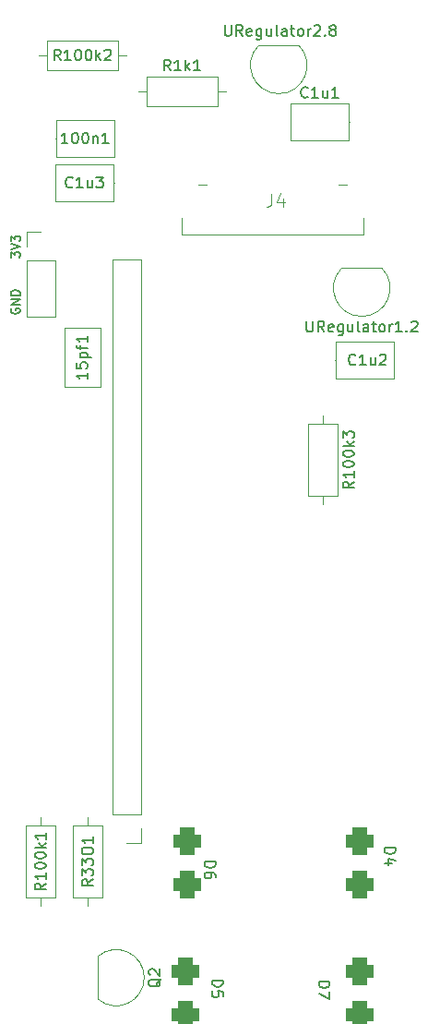
<source format=gto>
G04 #@! TF.GenerationSoftware,KiCad,Pcbnew,(6.0.11)*
G04 #@! TF.CreationDate,2023-02-24T11:41:58+01:00*
G04 #@! TF.ProjectId,vogelhuisje_camera_board,766f6765-6c68-4756-9973-6a655f63616d,rev?*
G04 #@! TF.SameCoordinates,Original*
G04 #@! TF.FileFunction,Legend,Top*
G04 #@! TF.FilePolarity,Positive*
%FSLAX46Y46*%
G04 Gerber Fmt 4.6, Leading zero omitted, Abs format (unit mm)*
G04 Created by KiCad (PCBNEW (6.0.11)) date 2023-02-24 11:41:58*
%MOMM*%
%LPD*%
G01*
G04 APERTURE LIST*
G04 Aperture macros list*
%AMRoundRect*
0 Rectangle with rounded corners*
0 $1 Rounding radius*
0 $2 $3 $4 $5 $6 $7 $8 $9 X,Y pos of 4 corners*
0 Add a 4 corners polygon primitive as box body*
4,1,4,$2,$3,$4,$5,$6,$7,$8,$9,$2,$3,0*
0 Add four circle primitives for the rounded corners*
1,1,$1+$1,$2,$3*
1,1,$1+$1,$4,$5*
1,1,$1+$1,$6,$7*
1,1,$1+$1,$8,$9*
0 Add four rect primitives between the rounded corners*
20,1,$1+$1,$2,$3,$4,$5,0*
20,1,$1+$1,$4,$5,$6,$7,0*
20,1,$1+$1,$6,$7,$8,$9,0*
20,1,$1+$1,$8,$9,$2,$3,0*%
%AMFreePoly0*
4,1,7,1.400000,-2.050000,0.100000,-2.050000,0.100000,-1.200000,-1.000000,-1.200000,-1.000000,1.000000,1.400000,1.000000,1.400000,-2.050000,1.400000,-2.050000,$1*%
%AMFreePoly1*
4,1,7,1.000000,-1.200000,-0.100000,-1.200000,-0.100000,-2.050000,-1.400000,-2.050000,-1.400000,1.000000,1.000000,1.000000,1.000000,-1.200000,1.000000,-1.200000,$1*%
G04 Aperture macros list end*
%ADD10C,0.152400*%
%ADD11C,0.120000*%
%ADD12C,0.150000*%
%ADD13R,0.300000X0.800000*%
%ADD14FreePoly0,0.000000*%
%ADD15FreePoly1,0.000000*%
%ADD16RoundRect,0.625000X0.675000X0.625000X-0.675000X0.625000X-0.675000X-0.625000X0.675000X-0.625000X0*%
%ADD17C,1.600000*%
%ADD18O,1.600000X1.600000*%
%ADD19R,1.500000X1.050000*%
%ADD20O,1.500000X1.050000*%
%ADD21R,1.700000X1.700000*%
%ADD22O,1.700000X1.700000*%
%ADD23R,1.300000X1.300000*%
%ADD24C,1.300000*%
G04 APERTURE END LIST*
D10*
X91033600Y-83169276D02*
X90994895Y-83246685D01*
X90994895Y-83362800D01*
X91033600Y-83478914D01*
X91111009Y-83556323D01*
X91188419Y-83595028D01*
X91343238Y-83633733D01*
X91459352Y-83633733D01*
X91614171Y-83595028D01*
X91691580Y-83556323D01*
X91768990Y-83478914D01*
X91807695Y-83362800D01*
X91807695Y-83285390D01*
X91768990Y-83169276D01*
X91730285Y-83130571D01*
X91459352Y-83130571D01*
X91459352Y-83285390D01*
X91807695Y-82782228D02*
X90994895Y-82782228D01*
X91807695Y-82317771D01*
X90994895Y-82317771D01*
X91807695Y-81930723D02*
X90994895Y-81930723D01*
X90994895Y-81737200D01*
X91033600Y-81621085D01*
X91111009Y-81543676D01*
X91188419Y-81504971D01*
X91343238Y-81466266D01*
X91459352Y-81466266D01*
X91614171Y-81504971D01*
X91691580Y-81543676D01*
X91768990Y-81621085D01*
X91807695Y-81737200D01*
X91807695Y-81930723D01*
X90994895Y-78476323D02*
X90994895Y-77973161D01*
X91304533Y-78244095D01*
X91304533Y-78127980D01*
X91343238Y-78050571D01*
X91381942Y-78011866D01*
X91459352Y-77973161D01*
X91652876Y-77973161D01*
X91730285Y-78011866D01*
X91768990Y-78050571D01*
X91807695Y-78127980D01*
X91807695Y-78360209D01*
X91768990Y-78437619D01*
X91730285Y-78476323D01*
X90994895Y-77740933D02*
X91807695Y-77470000D01*
X90994895Y-77199066D01*
X90994895Y-77005542D02*
X90994895Y-76502380D01*
X91304533Y-76773314D01*
X91304533Y-76657200D01*
X91343238Y-76579790D01*
X91381942Y-76541085D01*
X91459352Y-76502380D01*
X91652876Y-76502380D01*
X91730285Y-76541085D01*
X91768990Y-76579790D01*
X91807695Y-76657200D01*
X91807695Y-76889428D01*
X91768990Y-76966838D01*
X91730285Y-77005542D01*
D11*
X114900000Y-72642857D02*
X114900000Y-73500000D01*
X114842857Y-73671428D01*
X114728571Y-73785714D01*
X114557142Y-73842857D01*
X114442857Y-73842857D01*
X115985714Y-73042857D02*
X115985714Y-73842857D01*
X115700000Y-72585714D02*
X115414285Y-73442857D01*
X116157142Y-73442857D01*
D12*
X119247619Y-144861904D02*
X120247619Y-144861904D01*
X120247619Y-145100000D01*
X120200000Y-145242857D01*
X120104761Y-145338095D01*
X120009523Y-145385714D01*
X119819047Y-145433333D01*
X119676190Y-145433333D01*
X119485714Y-145385714D01*
X119390476Y-145338095D01*
X119295238Y-145242857D01*
X119247619Y-145100000D01*
X119247619Y-144861904D01*
X120247619Y-145766666D02*
X120247619Y-146433333D01*
X119247619Y-146004761D01*
X95536000Y-60396380D02*
X95202666Y-59920190D01*
X94964571Y-60396380D02*
X94964571Y-59396380D01*
X95345523Y-59396380D01*
X95440761Y-59444000D01*
X95488380Y-59491619D01*
X95536000Y-59586857D01*
X95536000Y-59729714D01*
X95488380Y-59824952D01*
X95440761Y-59872571D01*
X95345523Y-59920190D01*
X94964571Y-59920190D01*
X96488380Y-60396380D02*
X95916952Y-60396380D01*
X96202666Y-60396380D02*
X96202666Y-59396380D01*
X96107428Y-59539238D01*
X96012190Y-59634476D01*
X95916952Y-59682095D01*
X97107428Y-59396380D02*
X97202666Y-59396380D01*
X97297904Y-59444000D01*
X97345523Y-59491619D01*
X97393142Y-59586857D01*
X97440761Y-59777333D01*
X97440761Y-60015428D01*
X97393142Y-60205904D01*
X97345523Y-60301142D01*
X97297904Y-60348761D01*
X97202666Y-60396380D01*
X97107428Y-60396380D01*
X97012190Y-60348761D01*
X96964571Y-60301142D01*
X96916952Y-60205904D01*
X96869333Y-60015428D01*
X96869333Y-59777333D01*
X96916952Y-59586857D01*
X96964571Y-59491619D01*
X97012190Y-59444000D01*
X97107428Y-59396380D01*
X98059809Y-59396380D02*
X98155047Y-59396380D01*
X98250285Y-59444000D01*
X98297904Y-59491619D01*
X98345523Y-59586857D01*
X98393142Y-59777333D01*
X98393142Y-60015428D01*
X98345523Y-60205904D01*
X98297904Y-60301142D01*
X98250285Y-60348761D01*
X98155047Y-60396380D01*
X98059809Y-60396380D01*
X97964571Y-60348761D01*
X97916952Y-60301142D01*
X97869333Y-60205904D01*
X97821714Y-60015428D01*
X97821714Y-59777333D01*
X97869333Y-59586857D01*
X97916952Y-59491619D01*
X97964571Y-59444000D01*
X98059809Y-59396380D01*
X98821714Y-60396380D02*
X98821714Y-59396380D01*
X98916952Y-60015428D02*
X99202666Y-60396380D01*
X99202666Y-59729714D02*
X98821714Y-60110666D01*
X99583619Y-59491619D02*
X99631238Y-59444000D01*
X99726476Y-59396380D01*
X99964571Y-59396380D01*
X100059809Y-59444000D01*
X100107428Y-59491619D01*
X100155047Y-59586857D01*
X100155047Y-59682095D01*
X100107428Y-59824952D01*
X99536000Y-60396380D01*
X100155047Y-60396380D01*
X104749619Y-144611238D02*
X104702000Y-144706476D01*
X104606761Y-144801714D01*
X104463904Y-144944571D01*
X104416285Y-145039809D01*
X104416285Y-145135047D01*
X104654380Y-145087428D02*
X104606761Y-145182666D01*
X104511523Y-145277904D01*
X104321047Y-145325523D01*
X103987714Y-145325523D01*
X103797238Y-145277904D01*
X103702000Y-145182666D01*
X103654380Y-145087428D01*
X103654380Y-144896952D01*
X103702000Y-144801714D01*
X103797238Y-144706476D01*
X103987714Y-144658857D01*
X104321047Y-144658857D01*
X104511523Y-144706476D01*
X104606761Y-144801714D01*
X104654380Y-144896952D01*
X104654380Y-145087428D01*
X103749619Y-144277904D02*
X103702000Y-144230285D01*
X103654380Y-144135047D01*
X103654380Y-143896952D01*
X103702000Y-143801714D01*
X103749619Y-143754095D01*
X103844857Y-143706476D01*
X103940095Y-143706476D01*
X104082952Y-143754095D01*
X104654380Y-144325523D01*
X104654380Y-143706476D01*
X108767619Y-133881904D02*
X109767619Y-133881904D01*
X109767619Y-134120000D01*
X109720000Y-134262857D01*
X109624761Y-134358095D01*
X109529523Y-134405714D01*
X109339047Y-134453333D01*
X109196190Y-134453333D01*
X109005714Y-134405714D01*
X108910476Y-134358095D01*
X108815238Y-134262857D01*
X108767619Y-134120000D01*
X108767619Y-133881904D01*
X109767619Y-135310476D02*
X109767619Y-135120000D01*
X109720000Y-135024761D01*
X109672380Y-134977142D01*
X109529523Y-134881904D01*
X109339047Y-134834285D01*
X108958095Y-134834285D01*
X108862857Y-134881904D01*
X108815238Y-134929523D01*
X108767619Y-135024761D01*
X108767619Y-135215238D01*
X108815238Y-135310476D01*
X108862857Y-135358095D01*
X108958095Y-135405714D01*
X109196190Y-135405714D01*
X109291428Y-135358095D01*
X109339047Y-135310476D01*
X109386666Y-135215238D01*
X109386666Y-135024761D01*
X109339047Y-134929523D01*
X109291428Y-134881904D01*
X109196190Y-134834285D01*
X122602761Y-88241142D02*
X122555142Y-88288761D01*
X122412285Y-88336380D01*
X122317047Y-88336380D01*
X122174190Y-88288761D01*
X122078952Y-88193523D01*
X122031333Y-88098285D01*
X121983714Y-87907809D01*
X121983714Y-87764952D01*
X122031333Y-87574476D01*
X122078952Y-87479238D01*
X122174190Y-87384000D01*
X122317047Y-87336380D01*
X122412285Y-87336380D01*
X122555142Y-87384000D01*
X122602761Y-87431619D01*
X123555142Y-88336380D02*
X122983714Y-88336380D01*
X123269428Y-88336380D02*
X123269428Y-87336380D01*
X123174190Y-87479238D01*
X123078952Y-87574476D01*
X122983714Y-87622095D01*
X124412285Y-87669714D02*
X124412285Y-88336380D01*
X123983714Y-87669714D02*
X123983714Y-88193523D01*
X124031333Y-88288761D01*
X124126571Y-88336380D01*
X124269428Y-88336380D01*
X124364666Y-88288761D01*
X124412285Y-88241142D01*
X124840857Y-87431619D02*
X124888476Y-87384000D01*
X124983714Y-87336380D01*
X125221809Y-87336380D01*
X125317047Y-87384000D01*
X125364666Y-87431619D01*
X125412285Y-87526857D01*
X125412285Y-87622095D01*
X125364666Y-87764952D01*
X124793238Y-88336380D01*
X125412285Y-88336380D01*
X122456380Y-99028000D02*
X121980190Y-99361333D01*
X122456380Y-99599428D02*
X121456380Y-99599428D01*
X121456380Y-99218476D01*
X121504000Y-99123238D01*
X121551619Y-99075619D01*
X121646857Y-99028000D01*
X121789714Y-99028000D01*
X121884952Y-99075619D01*
X121932571Y-99123238D01*
X121980190Y-99218476D01*
X121980190Y-99599428D01*
X122456380Y-98075619D02*
X122456380Y-98647047D01*
X122456380Y-98361333D02*
X121456380Y-98361333D01*
X121599238Y-98456571D01*
X121694476Y-98551809D01*
X121742095Y-98647047D01*
X121456380Y-97456571D02*
X121456380Y-97361333D01*
X121504000Y-97266095D01*
X121551619Y-97218476D01*
X121646857Y-97170857D01*
X121837333Y-97123238D01*
X122075428Y-97123238D01*
X122265904Y-97170857D01*
X122361142Y-97218476D01*
X122408761Y-97266095D01*
X122456380Y-97361333D01*
X122456380Y-97456571D01*
X122408761Y-97551809D01*
X122361142Y-97599428D01*
X122265904Y-97647047D01*
X122075428Y-97694666D01*
X121837333Y-97694666D01*
X121646857Y-97647047D01*
X121551619Y-97599428D01*
X121504000Y-97551809D01*
X121456380Y-97456571D01*
X121456380Y-96504190D02*
X121456380Y-96408952D01*
X121504000Y-96313714D01*
X121551619Y-96266095D01*
X121646857Y-96218476D01*
X121837333Y-96170857D01*
X122075428Y-96170857D01*
X122265904Y-96218476D01*
X122361142Y-96266095D01*
X122408761Y-96313714D01*
X122456380Y-96408952D01*
X122456380Y-96504190D01*
X122408761Y-96599428D01*
X122361142Y-96647047D01*
X122265904Y-96694666D01*
X122075428Y-96742285D01*
X121837333Y-96742285D01*
X121646857Y-96694666D01*
X121551619Y-96647047D01*
X121504000Y-96599428D01*
X121456380Y-96504190D01*
X122456380Y-95742285D02*
X121456380Y-95742285D01*
X122075428Y-95647047D02*
X122456380Y-95361333D01*
X121789714Y-95361333D02*
X122170666Y-95742285D01*
X121456380Y-95028000D02*
X121456380Y-94408952D01*
X121837333Y-94742285D01*
X121837333Y-94599428D01*
X121884952Y-94504190D01*
X121932571Y-94456571D01*
X122027809Y-94408952D01*
X122265904Y-94408952D01*
X122361142Y-94456571D01*
X122408761Y-94504190D01*
X122456380Y-94599428D01*
X122456380Y-94885142D01*
X122408761Y-94980380D01*
X122361142Y-95028000D01*
X110628571Y-57152380D02*
X110628571Y-57961904D01*
X110676190Y-58057142D01*
X110723809Y-58104761D01*
X110819047Y-58152380D01*
X111009523Y-58152380D01*
X111104761Y-58104761D01*
X111152380Y-58057142D01*
X111200000Y-57961904D01*
X111200000Y-57152380D01*
X112247619Y-58152380D02*
X111914285Y-57676190D01*
X111676190Y-58152380D02*
X111676190Y-57152380D01*
X112057142Y-57152380D01*
X112152380Y-57200000D01*
X112200000Y-57247619D01*
X112247619Y-57342857D01*
X112247619Y-57485714D01*
X112200000Y-57580952D01*
X112152380Y-57628571D01*
X112057142Y-57676190D01*
X111676190Y-57676190D01*
X113057142Y-58104761D02*
X112961904Y-58152380D01*
X112771428Y-58152380D01*
X112676190Y-58104761D01*
X112628571Y-58009523D01*
X112628571Y-57628571D01*
X112676190Y-57533333D01*
X112771428Y-57485714D01*
X112961904Y-57485714D01*
X113057142Y-57533333D01*
X113104761Y-57628571D01*
X113104761Y-57723809D01*
X112628571Y-57819047D01*
X113961904Y-57485714D02*
X113961904Y-58295238D01*
X113914285Y-58390476D01*
X113866666Y-58438095D01*
X113771428Y-58485714D01*
X113628571Y-58485714D01*
X113533333Y-58438095D01*
X113961904Y-58104761D02*
X113866666Y-58152380D01*
X113676190Y-58152380D01*
X113580952Y-58104761D01*
X113533333Y-58057142D01*
X113485714Y-57961904D01*
X113485714Y-57676190D01*
X113533333Y-57580952D01*
X113580952Y-57533333D01*
X113676190Y-57485714D01*
X113866666Y-57485714D01*
X113961904Y-57533333D01*
X114866666Y-57485714D02*
X114866666Y-58152380D01*
X114438095Y-57485714D02*
X114438095Y-58009523D01*
X114485714Y-58104761D01*
X114580952Y-58152380D01*
X114723809Y-58152380D01*
X114819047Y-58104761D01*
X114866666Y-58057142D01*
X115485714Y-58152380D02*
X115390476Y-58104761D01*
X115342857Y-58009523D01*
X115342857Y-57152380D01*
X116295238Y-58152380D02*
X116295238Y-57628571D01*
X116247619Y-57533333D01*
X116152380Y-57485714D01*
X115961904Y-57485714D01*
X115866666Y-57533333D01*
X116295238Y-58104761D02*
X116200000Y-58152380D01*
X115961904Y-58152380D01*
X115866666Y-58104761D01*
X115819047Y-58009523D01*
X115819047Y-57914285D01*
X115866666Y-57819047D01*
X115961904Y-57771428D01*
X116200000Y-57771428D01*
X116295238Y-57723809D01*
X116628571Y-57485714D02*
X117009523Y-57485714D01*
X116771428Y-57152380D02*
X116771428Y-58009523D01*
X116819047Y-58104761D01*
X116914285Y-58152380D01*
X117009523Y-58152380D01*
X117485714Y-58152380D02*
X117390476Y-58104761D01*
X117342857Y-58057142D01*
X117295238Y-57961904D01*
X117295238Y-57676190D01*
X117342857Y-57580952D01*
X117390476Y-57533333D01*
X117485714Y-57485714D01*
X117628571Y-57485714D01*
X117723809Y-57533333D01*
X117771428Y-57580952D01*
X117819047Y-57676190D01*
X117819047Y-57961904D01*
X117771428Y-58057142D01*
X117723809Y-58104761D01*
X117628571Y-58152380D01*
X117485714Y-58152380D01*
X118247619Y-58152380D02*
X118247619Y-57485714D01*
X118247619Y-57676190D02*
X118295238Y-57580952D01*
X118342857Y-57533333D01*
X118438095Y-57485714D01*
X118533333Y-57485714D01*
X118819047Y-57247619D02*
X118866666Y-57200000D01*
X118961904Y-57152380D01*
X119200000Y-57152380D01*
X119295238Y-57200000D01*
X119342857Y-57247619D01*
X119390476Y-57342857D01*
X119390476Y-57438095D01*
X119342857Y-57580952D01*
X118771428Y-58152380D01*
X119390476Y-58152380D01*
X119819047Y-58057142D02*
X119866666Y-58104761D01*
X119819047Y-58152380D01*
X119771428Y-58104761D01*
X119819047Y-58057142D01*
X119819047Y-58152380D01*
X120438095Y-57580952D02*
X120342857Y-57533333D01*
X120295238Y-57485714D01*
X120247619Y-57390476D01*
X120247619Y-57342857D01*
X120295238Y-57247619D01*
X120342857Y-57200000D01*
X120438095Y-57152380D01*
X120628571Y-57152380D01*
X120723809Y-57200000D01*
X120771428Y-57247619D01*
X120819047Y-57342857D01*
X120819047Y-57390476D01*
X120771428Y-57485714D01*
X120723809Y-57533333D01*
X120628571Y-57580952D01*
X120438095Y-57580952D01*
X120342857Y-57628571D01*
X120295238Y-57676190D01*
X120247619Y-57771428D01*
X120247619Y-57961904D01*
X120295238Y-58057142D01*
X120342857Y-58104761D01*
X120438095Y-58152380D01*
X120628571Y-58152380D01*
X120723809Y-58104761D01*
X120771428Y-58057142D01*
X120819047Y-57961904D01*
X120819047Y-57771428D01*
X120771428Y-57676190D01*
X120723809Y-57628571D01*
X120628571Y-57580952D01*
X96194761Y-68016380D02*
X95623333Y-68016380D01*
X95909047Y-68016380D02*
X95909047Y-67016380D01*
X95813809Y-67159238D01*
X95718571Y-67254476D01*
X95623333Y-67302095D01*
X96813809Y-67016380D02*
X96909047Y-67016380D01*
X97004285Y-67064000D01*
X97051904Y-67111619D01*
X97099523Y-67206857D01*
X97147142Y-67397333D01*
X97147142Y-67635428D01*
X97099523Y-67825904D01*
X97051904Y-67921142D01*
X97004285Y-67968761D01*
X96909047Y-68016380D01*
X96813809Y-68016380D01*
X96718571Y-67968761D01*
X96670952Y-67921142D01*
X96623333Y-67825904D01*
X96575714Y-67635428D01*
X96575714Y-67397333D01*
X96623333Y-67206857D01*
X96670952Y-67111619D01*
X96718571Y-67064000D01*
X96813809Y-67016380D01*
X97766190Y-67016380D02*
X97861428Y-67016380D01*
X97956666Y-67064000D01*
X98004285Y-67111619D01*
X98051904Y-67206857D01*
X98099523Y-67397333D01*
X98099523Y-67635428D01*
X98051904Y-67825904D01*
X98004285Y-67921142D01*
X97956666Y-67968761D01*
X97861428Y-68016380D01*
X97766190Y-68016380D01*
X97670952Y-67968761D01*
X97623333Y-67921142D01*
X97575714Y-67825904D01*
X97528095Y-67635428D01*
X97528095Y-67397333D01*
X97575714Y-67206857D01*
X97623333Y-67111619D01*
X97670952Y-67064000D01*
X97766190Y-67016380D01*
X98528095Y-67349714D02*
X98528095Y-68016380D01*
X98528095Y-67444952D02*
X98575714Y-67397333D01*
X98670952Y-67349714D01*
X98813809Y-67349714D01*
X98909047Y-67397333D01*
X98956666Y-67492571D01*
X98956666Y-68016380D01*
X99956666Y-68016380D02*
X99385238Y-68016380D01*
X99670952Y-68016380D02*
X99670952Y-67016380D01*
X99575714Y-67159238D01*
X99480476Y-67254476D01*
X99385238Y-67302095D01*
X125277619Y-132611904D02*
X126277619Y-132611904D01*
X126277619Y-132850000D01*
X126230000Y-132992857D01*
X126134761Y-133088095D01*
X126039523Y-133135714D01*
X125849047Y-133183333D01*
X125706190Y-133183333D01*
X125515714Y-133135714D01*
X125420476Y-133088095D01*
X125325238Y-132992857D01*
X125277619Y-132850000D01*
X125277619Y-132611904D01*
X125944285Y-134040476D02*
X125277619Y-134040476D01*
X126325238Y-133802380D02*
X125610952Y-133564285D01*
X125610952Y-134183333D01*
X96634761Y-71985142D02*
X96587142Y-72032761D01*
X96444285Y-72080380D01*
X96349047Y-72080380D01*
X96206190Y-72032761D01*
X96110952Y-71937523D01*
X96063333Y-71842285D01*
X96015714Y-71651809D01*
X96015714Y-71508952D01*
X96063333Y-71318476D01*
X96110952Y-71223238D01*
X96206190Y-71128000D01*
X96349047Y-71080380D01*
X96444285Y-71080380D01*
X96587142Y-71128000D01*
X96634761Y-71175619D01*
X97587142Y-72080380D02*
X97015714Y-72080380D01*
X97301428Y-72080380D02*
X97301428Y-71080380D01*
X97206190Y-71223238D01*
X97110952Y-71318476D01*
X97015714Y-71366095D01*
X98444285Y-71413714D02*
X98444285Y-72080380D01*
X98015714Y-71413714D02*
X98015714Y-71937523D01*
X98063333Y-72032761D01*
X98158571Y-72080380D01*
X98301428Y-72080380D01*
X98396666Y-72032761D01*
X98444285Y-71985142D01*
X98825238Y-71080380D02*
X99444285Y-71080380D01*
X99110952Y-71461333D01*
X99253809Y-71461333D01*
X99349047Y-71508952D01*
X99396666Y-71556571D01*
X99444285Y-71651809D01*
X99444285Y-71889904D01*
X99396666Y-71985142D01*
X99349047Y-72032761D01*
X99253809Y-72080380D01*
X98968095Y-72080380D01*
X98872857Y-72032761D01*
X98825238Y-71985142D01*
X94178380Y-135858000D02*
X93702190Y-136191333D01*
X94178380Y-136429428D02*
X93178380Y-136429428D01*
X93178380Y-136048476D01*
X93226000Y-135953238D01*
X93273619Y-135905619D01*
X93368857Y-135858000D01*
X93511714Y-135858000D01*
X93606952Y-135905619D01*
X93654571Y-135953238D01*
X93702190Y-136048476D01*
X93702190Y-136429428D01*
X94178380Y-134905619D02*
X94178380Y-135477047D01*
X94178380Y-135191333D02*
X93178380Y-135191333D01*
X93321238Y-135286571D01*
X93416476Y-135381809D01*
X93464095Y-135477047D01*
X93178380Y-134286571D02*
X93178380Y-134191333D01*
X93226000Y-134096095D01*
X93273619Y-134048476D01*
X93368857Y-134000857D01*
X93559333Y-133953238D01*
X93797428Y-133953238D01*
X93987904Y-134000857D01*
X94083142Y-134048476D01*
X94130761Y-134096095D01*
X94178380Y-134191333D01*
X94178380Y-134286571D01*
X94130761Y-134381809D01*
X94083142Y-134429428D01*
X93987904Y-134477047D01*
X93797428Y-134524666D01*
X93559333Y-134524666D01*
X93368857Y-134477047D01*
X93273619Y-134429428D01*
X93226000Y-134381809D01*
X93178380Y-134286571D01*
X93178380Y-133334190D02*
X93178380Y-133238952D01*
X93226000Y-133143714D01*
X93273619Y-133096095D01*
X93368857Y-133048476D01*
X93559333Y-133000857D01*
X93797428Y-133000857D01*
X93987904Y-133048476D01*
X94083142Y-133096095D01*
X94130761Y-133143714D01*
X94178380Y-133238952D01*
X94178380Y-133334190D01*
X94130761Y-133429428D01*
X94083142Y-133477047D01*
X93987904Y-133524666D01*
X93797428Y-133572285D01*
X93559333Y-133572285D01*
X93368857Y-133524666D01*
X93273619Y-133477047D01*
X93226000Y-133429428D01*
X93178380Y-133334190D01*
X94178380Y-132572285D02*
X93178380Y-132572285D01*
X93797428Y-132477047D02*
X94178380Y-132191333D01*
X93511714Y-132191333D02*
X93892666Y-132572285D01*
X94178380Y-131238952D02*
X94178380Y-131810380D01*
X94178380Y-131524666D02*
X93178380Y-131524666D01*
X93321238Y-131619904D01*
X93416476Y-131715142D01*
X93464095Y-131810380D01*
X105632380Y-61328380D02*
X105299047Y-60852190D01*
X105060952Y-61328380D02*
X105060952Y-60328380D01*
X105441904Y-60328380D01*
X105537142Y-60376000D01*
X105584761Y-60423619D01*
X105632380Y-60518857D01*
X105632380Y-60661714D01*
X105584761Y-60756952D01*
X105537142Y-60804571D01*
X105441904Y-60852190D01*
X105060952Y-60852190D01*
X106584761Y-61328380D02*
X106013333Y-61328380D01*
X106299047Y-61328380D02*
X106299047Y-60328380D01*
X106203809Y-60471238D01*
X106108571Y-60566476D01*
X106013333Y-60614095D01*
X107013333Y-61328380D02*
X107013333Y-60328380D01*
X107108571Y-60947428D02*
X107394285Y-61328380D01*
X107394285Y-60661714D02*
X107013333Y-61042666D01*
X108346666Y-61328380D02*
X107775238Y-61328380D01*
X108060952Y-61328380D02*
X108060952Y-60328380D01*
X107965714Y-60471238D01*
X107870476Y-60566476D01*
X107775238Y-60614095D01*
X109447619Y-144761904D02*
X110447619Y-144761904D01*
X110447619Y-145000000D01*
X110400000Y-145142857D01*
X110304761Y-145238095D01*
X110209523Y-145285714D01*
X110019047Y-145333333D01*
X109876190Y-145333333D01*
X109685714Y-145285714D01*
X109590476Y-145238095D01*
X109495238Y-145142857D01*
X109447619Y-145000000D01*
X109447619Y-144761904D01*
X110447619Y-146238095D02*
X110447619Y-145761904D01*
X109971428Y-145714285D01*
X110019047Y-145761904D01*
X110066666Y-145857142D01*
X110066666Y-146095238D01*
X110019047Y-146190476D01*
X109971428Y-146238095D01*
X109876190Y-146285714D01*
X109638095Y-146285714D01*
X109542857Y-146238095D01*
X109495238Y-146190476D01*
X109447619Y-146095238D01*
X109447619Y-145857142D01*
X109495238Y-145761904D01*
X109542857Y-145714285D01*
X97988380Y-89034761D02*
X97988380Y-89606190D01*
X97988380Y-89320476D02*
X96988380Y-89320476D01*
X97131238Y-89415714D01*
X97226476Y-89510952D01*
X97274095Y-89606190D01*
X96988380Y-88130000D02*
X96988380Y-88606190D01*
X97464571Y-88653809D01*
X97416952Y-88606190D01*
X97369333Y-88510952D01*
X97369333Y-88272857D01*
X97416952Y-88177619D01*
X97464571Y-88130000D01*
X97559809Y-88082380D01*
X97797904Y-88082380D01*
X97893142Y-88130000D01*
X97940761Y-88177619D01*
X97988380Y-88272857D01*
X97988380Y-88510952D01*
X97940761Y-88606190D01*
X97893142Y-88653809D01*
X97321714Y-87653809D02*
X98321714Y-87653809D01*
X97369333Y-87653809D02*
X97321714Y-87558571D01*
X97321714Y-87368095D01*
X97369333Y-87272857D01*
X97416952Y-87225238D01*
X97512190Y-87177619D01*
X97797904Y-87177619D01*
X97893142Y-87225238D01*
X97940761Y-87272857D01*
X97988380Y-87368095D01*
X97988380Y-87558571D01*
X97940761Y-87653809D01*
X97321714Y-86891904D02*
X97321714Y-86510952D01*
X97988380Y-86749047D02*
X97131238Y-86749047D01*
X97036000Y-86701428D01*
X96988380Y-86606190D01*
X96988380Y-86510952D01*
X97988380Y-85653809D02*
X97988380Y-86225238D01*
X97988380Y-85939523D02*
X96988380Y-85939523D01*
X97131238Y-86034761D01*
X97226476Y-86130000D01*
X97274095Y-86225238D01*
X98496380Y-135500857D02*
X98020190Y-135834190D01*
X98496380Y-136072285D02*
X97496380Y-136072285D01*
X97496380Y-135691333D01*
X97544000Y-135596095D01*
X97591619Y-135548476D01*
X97686857Y-135500857D01*
X97829714Y-135500857D01*
X97924952Y-135548476D01*
X97972571Y-135596095D01*
X98020190Y-135691333D01*
X98020190Y-136072285D01*
X97496380Y-135167523D02*
X97496380Y-134548476D01*
X97877333Y-134881809D01*
X97877333Y-134738952D01*
X97924952Y-134643714D01*
X97972571Y-134596095D01*
X98067809Y-134548476D01*
X98305904Y-134548476D01*
X98401142Y-134596095D01*
X98448761Y-134643714D01*
X98496380Y-134738952D01*
X98496380Y-135024666D01*
X98448761Y-135119904D01*
X98401142Y-135167523D01*
X97496380Y-134215142D02*
X97496380Y-133596095D01*
X97877333Y-133929428D01*
X97877333Y-133786571D01*
X97924952Y-133691333D01*
X97972571Y-133643714D01*
X98067809Y-133596095D01*
X98305904Y-133596095D01*
X98401142Y-133643714D01*
X98448761Y-133691333D01*
X98496380Y-133786571D01*
X98496380Y-134072285D01*
X98448761Y-134167523D01*
X98401142Y-134215142D01*
X97496380Y-132977047D02*
X97496380Y-132786571D01*
X97544000Y-132691333D01*
X97639238Y-132596095D01*
X97829714Y-132548476D01*
X98163047Y-132548476D01*
X98353523Y-132596095D01*
X98448761Y-132691333D01*
X98496380Y-132786571D01*
X98496380Y-132977047D01*
X98448761Y-133072285D01*
X98353523Y-133167523D01*
X98163047Y-133215142D01*
X97829714Y-133215142D01*
X97639238Y-133167523D01*
X97544000Y-133072285D01*
X97496380Y-132977047D01*
X98496380Y-131596095D02*
X98496380Y-132167523D01*
X98496380Y-131881809D02*
X97496380Y-131881809D01*
X97639238Y-131977047D01*
X97734476Y-132072285D01*
X97782095Y-132167523D01*
X118224761Y-63727142D02*
X118177142Y-63774761D01*
X118034285Y-63822380D01*
X117939047Y-63822380D01*
X117796190Y-63774761D01*
X117700952Y-63679523D01*
X117653333Y-63584285D01*
X117605714Y-63393809D01*
X117605714Y-63250952D01*
X117653333Y-63060476D01*
X117700952Y-62965238D01*
X117796190Y-62870000D01*
X117939047Y-62822380D01*
X118034285Y-62822380D01*
X118177142Y-62870000D01*
X118224761Y-62917619D01*
X119177142Y-63822380D02*
X118605714Y-63822380D01*
X118891428Y-63822380D02*
X118891428Y-62822380D01*
X118796190Y-62965238D01*
X118700952Y-63060476D01*
X118605714Y-63108095D01*
X120034285Y-63155714D02*
X120034285Y-63822380D01*
X119605714Y-63155714D02*
X119605714Y-63679523D01*
X119653333Y-63774761D01*
X119748571Y-63822380D01*
X119891428Y-63822380D01*
X119986666Y-63774761D01*
X120034285Y-63727142D01*
X121034285Y-63822380D02*
X120462857Y-63822380D01*
X120748571Y-63822380D02*
X120748571Y-62822380D01*
X120653333Y-62965238D01*
X120558095Y-63060476D01*
X120462857Y-63108095D01*
X118118571Y-84292380D02*
X118118571Y-85101904D01*
X118166190Y-85197142D01*
X118213809Y-85244761D01*
X118309047Y-85292380D01*
X118499523Y-85292380D01*
X118594761Y-85244761D01*
X118642380Y-85197142D01*
X118690000Y-85101904D01*
X118690000Y-84292380D01*
X119737619Y-85292380D02*
X119404285Y-84816190D01*
X119166190Y-85292380D02*
X119166190Y-84292380D01*
X119547142Y-84292380D01*
X119642380Y-84340000D01*
X119690000Y-84387619D01*
X119737619Y-84482857D01*
X119737619Y-84625714D01*
X119690000Y-84720952D01*
X119642380Y-84768571D01*
X119547142Y-84816190D01*
X119166190Y-84816190D01*
X120547142Y-85244761D02*
X120451904Y-85292380D01*
X120261428Y-85292380D01*
X120166190Y-85244761D01*
X120118571Y-85149523D01*
X120118571Y-84768571D01*
X120166190Y-84673333D01*
X120261428Y-84625714D01*
X120451904Y-84625714D01*
X120547142Y-84673333D01*
X120594761Y-84768571D01*
X120594761Y-84863809D01*
X120118571Y-84959047D01*
X121451904Y-84625714D02*
X121451904Y-85435238D01*
X121404285Y-85530476D01*
X121356666Y-85578095D01*
X121261428Y-85625714D01*
X121118571Y-85625714D01*
X121023333Y-85578095D01*
X121451904Y-85244761D02*
X121356666Y-85292380D01*
X121166190Y-85292380D01*
X121070952Y-85244761D01*
X121023333Y-85197142D01*
X120975714Y-85101904D01*
X120975714Y-84816190D01*
X121023333Y-84720952D01*
X121070952Y-84673333D01*
X121166190Y-84625714D01*
X121356666Y-84625714D01*
X121451904Y-84673333D01*
X122356666Y-84625714D02*
X122356666Y-85292380D01*
X121928095Y-84625714D02*
X121928095Y-85149523D01*
X121975714Y-85244761D01*
X122070952Y-85292380D01*
X122213809Y-85292380D01*
X122309047Y-85244761D01*
X122356666Y-85197142D01*
X122975714Y-85292380D02*
X122880476Y-85244761D01*
X122832857Y-85149523D01*
X122832857Y-84292380D01*
X123785238Y-85292380D02*
X123785238Y-84768571D01*
X123737619Y-84673333D01*
X123642380Y-84625714D01*
X123451904Y-84625714D01*
X123356666Y-84673333D01*
X123785238Y-85244761D02*
X123690000Y-85292380D01*
X123451904Y-85292380D01*
X123356666Y-85244761D01*
X123309047Y-85149523D01*
X123309047Y-85054285D01*
X123356666Y-84959047D01*
X123451904Y-84911428D01*
X123690000Y-84911428D01*
X123785238Y-84863809D01*
X124118571Y-84625714D02*
X124499523Y-84625714D01*
X124261428Y-84292380D02*
X124261428Y-85149523D01*
X124309047Y-85244761D01*
X124404285Y-85292380D01*
X124499523Y-85292380D01*
X124975714Y-85292380D02*
X124880476Y-85244761D01*
X124832857Y-85197142D01*
X124785238Y-85101904D01*
X124785238Y-84816190D01*
X124832857Y-84720952D01*
X124880476Y-84673333D01*
X124975714Y-84625714D01*
X125118571Y-84625714D01*
X125213809Y-84673333D01*
X125261428Y-84720952D01*
X125309047Y-84816190D01*
X125309047Y-85101904D01*
X125261428Y-85197142D01*
X125213809Y-85244761D01*
X125118571Y-85292380D01*
X124975714Y-85292380D01*
X125737619Y-85292380D02*
X125737619Y-84625714D01*
X125737619Y-84816190D02*
X125785238Y-84720952D01*
X125832857Y-84673333D01*
X125928095Y-84625714D01*
X126023333Y-84625714D01*
X126880476Y-85292380D02*
X126309047Y-85292380D01*
X126594761Y-85292380D02*
X126594761Y-84292380D01*
X126499523Y-84435238D01*
X126404285Y-84530476D01*
X126309047Y-84578095D01*
X127309047Y-85197142D02*
X127356666Y-85244761D01*
X127309047Y-85292380D01*
X127261428Y-85244761D01*
X127309047Y-85197142D01*
X127309047Y-85292380D01*
X127737619Y-84387619D02*
X127785238Y-84340000D01*
X127880476Y-84292380D01*
X128118571Y-84292380D01*
X128213809Y-84340000D01*
X128261428Y-84387619D01*
X128309047Y-84482857D01*
X128309047Y-84578095D01*
X128261428Y-84720952D01*
X127690000Y-85292380D01*
X128309047Y-85292380D01*
D11*
X106640000Y-76410000D02*
X106640000Y-74880000D01*
X123360000Y-76410000D02*
X106640000Y-76410000D01*
X123360000Y-74880000D02*
X123360000Y-76410000D01*
X121080000Y-71790000D02*
X121820000Y-71790000D01*
X108180000Y-71790000D02*
X108920000Y-71790000D01*
X101576000Y-59944000D02*
X100806000Y-59944000D01*
X94266000Y-58574000D02*
X94266000Y-61314000D01*
X100806000Y-58574000D02*
X94266000Y-58574000D01*
X93496000Y-59944000D02*
X94266000Y-59944000D01*
X100806000Y-61314000D02*
X100806000Y-58574000D01*
X94266000Y-61314000D02*
X100806000Y-61314000D01*
X98942000Y-142576000D02*
X98942000Y-146426000D01*
X98951878Y-146464611D02*
G75*
G03*
X98942000Y-142576000I1690122J1948611D01*
G01*
X126114000Y-86214000D02*
X120774000Y-86214000D01*
X126114000Y-89554000D02*
X126114000Y-86214000D01*
X120774000Y-86214000D02*
X120774000Y-89554000D01*
X126154000Y-87884000D02*
X126114000Y-87884000D01*
X120774000Y-89554000D02*
X126114000Y-89554000D01*
X120734000Y-87884000D02*
X120774000Y-87884000D01*
X119634000Y-92988000D02*
X119634000Y-93758000D01*
X118264000Y-100298000D02*
X121004000Y-100298000D01*
X121004000Y-100298000D02*
X121004000Y-93758000D01*
X119634000Y-101068000D02*
X119634000Y-100298000D01*
X121004000Y-93758000D02*
X118264000Y-93758000D01*
X118264000Y-93758000D02*
X118264000Y-100298000D01*
X102930000Y-78680000D02*
X100270000Y-78680000D01*
X102930000Y-130810000D02*
X102930000Y-132140000D01*
X100270000Y-129540000D02*
X100270000Y-78680000D01*
X102930000Y-132140000D02*
X101600000Y-132140000D01*
X102930000Y-129540000D02*
X102930000Y-78680000D01*
X102930000Y-129540000D02*
X100270000Y-129540000D01*
X117370000Y-59004000D02*
X113770000Y-59004000D01*
X115570000Y-63454001D02*
G75*
G03*
X117408478Y-59015522I0J2600001D01*
G01*
X113731522Y-59015522D02*
G75*
G03*
X115570000Y-63454000I1838478J-1838478D01*
G01*
X100460000Y-65894000D02*
X95120000Y-65894000D01*
X95120000Y-69234000D02*
X100460000Y-69234000D01*
X95080000Y-67564000D02*
X95120000Y-67564000D01*
X100500000Y-67564000D02*
X100460000Y-67564000D01*
X95120000Y-65894000D02*
X95120000Y-69234000D01*
X100460000Y-69234000D02*
X100460000Y-65894000D01*
X95060000Y-73298000D02*
X100400000Y-73298000D01*
X95020000Y-71628000D02*
X95060000Y-71628000D01*
X100400000Y-73298000D02*
X100400000Y-69958000D01*
X95060000Y-69958000D02*
X95060000Y-73298000D01*
X100440000Y-71628000D02*
X100400000Y-71628000D01*
X100400000Y-69958000D02*
X95060000Y-69958000D01*
X93726000Y-129818000D02*
X93726000Y-130588000D01*
X93726000Y-137898000D02*
X93726000Y-137128000D01*
X92356000Y-137128000D02*
X95096000Y-137128000D01*
X92356000Y-130588000D02*
X92356000Y-137128000D01*
X95096000Y-137128000D02*
X95096000Y-130588000D01*
X95096000Y-130588000D02*
X92356000Y-130588000D01*
X109950000Y-64616000D02*
X109950000Y-61876000D01*
X103410000Y-61876000D02*
X103410000Y-64616000D01*
X103410000Y-64616000D02*
X109950000Y-64616000D01*
X110720000Y-63246000D02*
X109950000Y-63246000D01*
X109950000Y-61876000D02*
X103410000Y-61876000D01*
X102640000Y-63246000D02*
X103410000Y-63246000D01*
X97536000Y-90340000D02*
X97536000Y-90300000D01*
X99206000Y-84960000D02*
X95866000Y-84960000D01*
X95866000Y-84960000D02*
X95866000Y-90300000D01*
X99206000Y-90300000D02*
X99206000Y-84960000D01*
X97536000Y-84920000D02*
X97536000Y-84960000D01*
X95866000Y-90300000D02*
X99206000Y-90300000D01*
X99414000Y-137128000D02*
X99414000Y-130588000D01*
X96674000Y-130588000D02*
X96674000Y-137128000D01*
X99414000Y-130588000D02*
X96674000Y-130588000D01*
X96674000Y-137128000D02*
X99414000Y-137128000D01*
X98044000Y-129818000D02*
X98044000Y-130588000D01*
X98044000Y-137898000D02*
X98044000Y-137128000D01*
X92396000Y-77485000D02*
X92396000Y-76155000D01*
X92396000Y-83895000D02*
X95056000Y-83895000D01*
X92396000Y-78755000D02*
X92396000Y-83895000D01*
X92396000Y-76155000D02*
X93726000Y-76155000D01*
X92396000Y-78755000D02*
X95056000Y-78755000D01*
X95056000Y-78755000D02*
X95056000Y-83895000D01*
X122030000Y-66040000D02*
X121990000Y-66040000D01*
X116650000Y-67710000D02*
X121990000Y-67710000D01*
X116650000Y-64370000D02*
X116650000Y-67710000D01*
X121990000Y-64370000D02*
X116650000Y-64370000D01*
X116610000Y-66040000D02*
X116650000Y-66040000D01*
X121990000Y-67710000D02*
X121990000Y-64370000D01*
X124990000Y-79430000D02*
X121390000Y-79430000D01*
X121351522Y-79441522D02*
G75*
G03*
X123190000Y-83880000I1838478J-1838478D01*
G01*
X123190000Y-83880001D02*
G75*
G03*
X125028478Y-79441522I0J2600001D01*
G01*
%LPC*%
D13*
X109250000Y-71250000D03*
X109750000Y-71250000D03*
X110250000Y-71250000D03*
X110750000Y-71250000D03*
X111250000Y-71250000D03*
X111750000Y-71250000D03*
X112250000Y-71250000D03*
X112750000Y-71250000D03*
X113250000Y-71250000D03*
X113750000Y-71250000D03*
X114250000Y-71250000D03*
X114750000Y-71250000D03*
X115250000Y-71250000D03*
X115750000Y-71250000D03*
X116250000Y-71250000D03*
X116750000Y-71250000D03*
X117250000Y-71250000D03*
X117750000Y-71250000D03*
X118250000Y-71250000D03*
X118750000Y-71250000D03*
X119250000Y-71250000D03*
X119750000Y-71250000D03*
X120250000Y-71250000D03*
X120750000Y-71250000D03*
D14*
X106600000Y-72650000D03*
D15*
X123400000Y-72650000D03*
D16*
X123000000Y-147900000D03*
X123000000Y-143900000D03*
D17*
X102616000Y-59944000D03*
D18*
X92456000Y-59944000D03*
D19*
X100642000Y-143326000D03*
D20*
X100642000Y-144596000D03*
X100642000Y-145866000D03*
D16*
X107200000Y-136000000D03*
X107200000Y-132000000D03*
D17*
X119694000Y-87884000D03*
D18*
X127194000Y-87884000D03*
D17*
X119634000Y-91948000D03*
D18*
X119634000Y-102108000D03*
D21*
X101600000Y-130810000D03*
D22*
X101600000Y-128270000D03*
X101600000Y-125730000D03*
X101600000Y-123190000D03*
X101600000Y-120650000D03*
X101600000Y-118110000D03*
X101600000Y-115570000D03*
X101600000Y-113030000D03*
X101600000Y-110490000D03*
X101600000Y-107950000D03*
X101600000Y-105410000D03*
X101600000Y-102870000D03*
X101600000Y-100330000D03*
X101600000Y-97790000D03*
X101600000Y-95250000D03*
X101600000Y-92710000D03*
X101600000Y-90170000D03*
X101600000Y-87630000D03*
X101600000Y-85090000D03*
X101600000Y-82550000D03*
X101600000Y-80010000D03*
D23*
X116840000Y-60854000D03*
D24*
X115570000Y-62124000D03*
X114300000Y-60854000D03*
D17*
X101540000Y-67564000D03*
D18*
X94040000Y-67564000D03*
D16*
X123000000Y-136000000D03*
X123000000Y-132000000D03*
D17*
X93980000Y-71628000D03*
D18*
X101480000Y-71628000D03*
D17*
X93726000Y-128778000D03*
D18*
X93726000Y-138938000D03*
D17*
X101600000Y-63246000D03*
D18*
X111760000Y-63246000D03*
D16*
X107000000Y-147900000D03*
X107000000Y-143900000D03*
D17*
X97536000Y-91380000D03*
D18*
X97536000Y-83880000D03*
D17*
X98044000Y-128778000D03*
D18*
X98044000Y-138938000D03*
D21*
X93726000Y-77485000D03*
D22*
X93726000Y-80025000D03*
X93726000Y-82565000D03*
D17*
X115570000Y-66040000D03*
D18*
X123070000Y-66040000D03*
D23*
X124460000Y-81280000D03*
D24*
X123190000Y-82550000D03*
X121920000Y-81280000D03*
M02*

</source>
